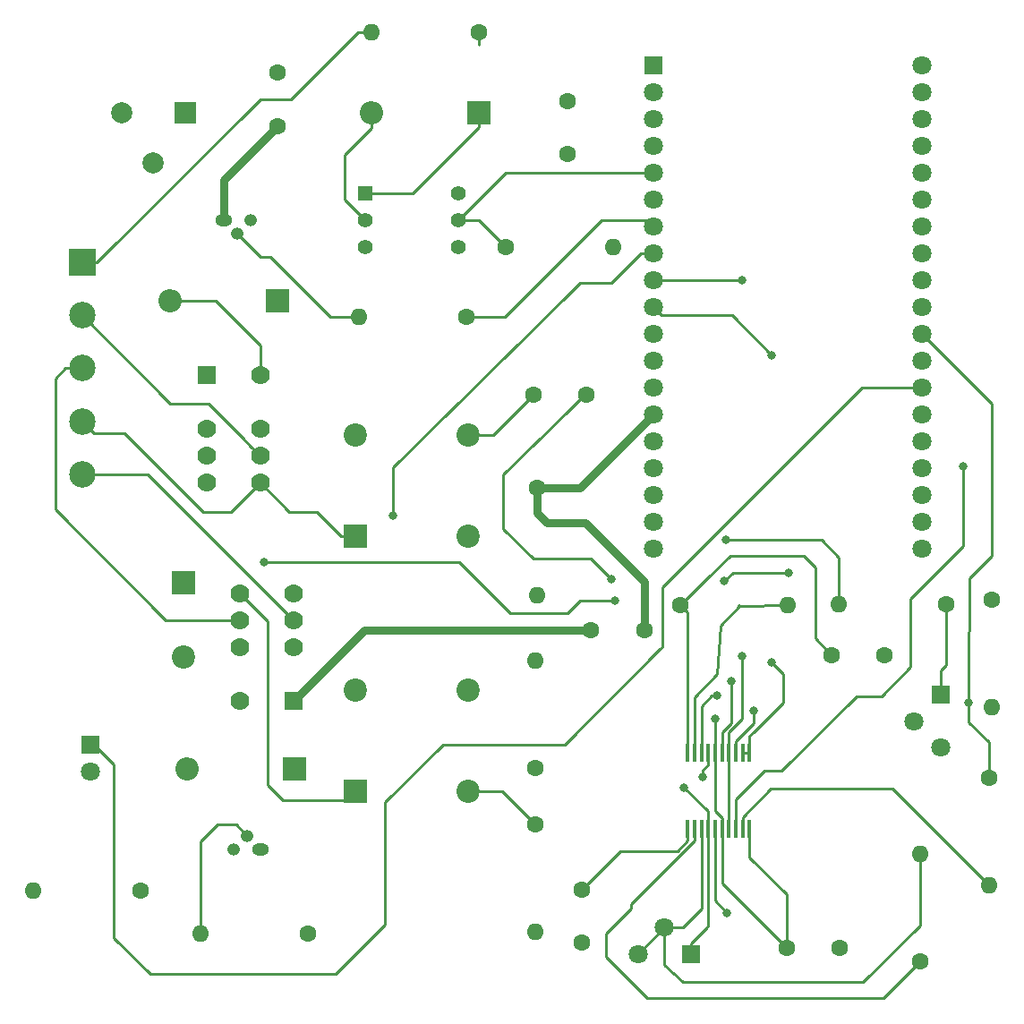
<source format=gtl>
G04 #@! TF.GenerationSoftware,KiCad,Pcbnew,5.1.6-c6e7f7d~87~ubuntu18.04.1*
G04 #@! TF.CreationDate,2020-07-18T23:18:46+02:00*
G04 #@! TF.ProjectId,interfonoRemoto,696e7465-7266-46f6-9e6f-52656d6f746f,A1*
G04 #@! TF.SameCoordinates,Original*
G04 #@! TF.FileFunction,Copper,L1,Top*
G04 #@! TF.FilePolarity,Positive*
%FSLAX46Y46*%
G04 Gerber Fmt 4.6, Leading zero omitted, Abs format (unit mm)*
G04 Created by KiCad (PCBNEW 5.1.6-c6e7f7d~87~ubuntu18.04.1) date 2020-07-18 23:18:46*
%MOMM*%
%LPD*%
G01*
G04 APERTURE LIST*
G04 #@! TA.AperFunction,ComponentPad*
%ADD10C,1.778000*%
G04 #@! TD*
G04 #@! TA.AperFunction,ComponentPad*
%ADD11R,1.778000X1.778000*%
G04 #@! TD*
G04 #@! TA.AperFunction,ComponentPad*
%ADD12O,1.200000X1.200000*%
G04 #@! TD*
G04 #@! TA.AperFunction,ComponentPad*
%ADD13O,1.600000X1.200000*%
G04 #@! TD*
G04 #@! TA.AperFunction,ComponentPad*
%ADD14R,2.000000X2.000000*%
G04 #@! TD*
G04 #@! TA.AperFunction,ComponentPad*
%ADD15C,2.000000*%
G04 #@! TD*
G04 #@! TA.AperFunction,ComponentPad*
%ADD16C,1.600000*%
G04 #@! TD*
G04 #@! TA.AperFunction,ComponentPad*
%ADD17O,2.200000X2.200000*%
G04 #@! TD*
G04 #@! TA.AperFunction,ComponentPad*
%ADD18R,2.200000X2.200000*%
G04 #@! TD*
G04 #@! TA.AperFunction,ComponentPad*
%ADD19C,1.800000*%
G04 #@! TD*
G04 #@! TA.AperFunction,ComponentPad*
%ADD20R,1.800000X1.800000*%
G04 #@! TD*
G04 #@! TA.AperFunction,ComponentPad*
%ADD21R,2.500000X2.500000*%
G04 #@! TD*
G04 #@! TA.AperFunction,ComponentPad*
%ADD22C,2.500000*%
G04 #@! TD*
G04 #@! TA.AperFunction,ComponentPad*
%ADD23O,1.600000X1.600000*%
G04 #@! TD*
G04 #@! TA.AperFunction,ComponentPad*
%ADD24C,2.200000*%
G04 #@! TD*
G04 #@! TA.AperFunction,ComponentPad*
%ADD25C,1.400000*%
G04 #@! TD*
G04 #@! TA.AperFunction,ComponentPad*
%ADD26R,1.400000X1.400000*%
G04 #@! TD*
G04 #@! TA.AperFunction,SMDPad,CuDef*
%ADD27R,0.450000X1.750000*%
G04 #@! TD*
G04 #@! TA.AperFunction,ViaPad*
%ADD28C,0.800000*%
G04 #@! TD*
G04 #@! TA.AperFunction,Conductor*
%ADD29C,0.250000*%
G04 #@! TD*
G04 #@! TA.AperFunction,Conductor*
%ADD30C,0.750000*%
G04 #@! TD*
G04 APERTURE END LIST*
D10*
X54853800Y-147025000D03*
X54853800Y-141945000D03*
X54853800Y-139405000D03*
X54853800Y-136865000D03*
X59933800Y-136865000D03*
X59933800Y-139405000D03*
X59933800Y-141945000D03*
D11*
X59933800Y-147025000D03*
D10*
X56776600Y-116218000D03*
X56776600Y-121298000D03*
X56776600Y-123838000D03*
X56776600Y-126378000D03*
X51696600Y-126378000D03*
X51696600Y-123838000D03*
X51696600Y-121298000D03*
D11*
X51696600Y-116218000D03*
D12*
X55852100Y-101600000D03*
X54582100Y-102870000D03*
D13*
X53312100Y-101600000D03*
D12*
X54272200Y-161056000D03*
X55542200Y-159786000D03*
D13*
X56812200Y-161056000D03*
D14*
X49652100Y-91440000D03*
D15*
X43652100Y-91440000D03*
X46652100Y-96140000D03*
D16*
X82602100Y-118110000D03*
X87602100Y-118110000D03*
X93070000Y-140360000D03*
X88070000Y-140360000D03*
X85808800Y-90303300D03*
X85808800Y-95303300D03*
X111580000Y-170400000D03*
X106580000Y-170400000D03*
X87150000Y-164890000D03*
X87150000Y-169890000D03*
X58392100Y-92630000D03*
X58392100Y-87630000D03*
X110840000Y-142680000D03*
X115840000Y-142680000D03*
D17*
X49865000Y-153500000D03*
D18*
X60025000Y-153500000D03*
D17*
X67282100Y-91440000D03*
D18*
X77442100Y-91440000D03*
D17*
X48232100Y-109220000D03*
D18*
X58392100Y-109220000D03*
D19*
X40718700Y-153706000D03*
D20*
X40718700Y-151166000D03*
D21*
X39922100Y-105570000D03*
D22*
X39922100Y-110570000D03*
X39922100Y-125570000D03*
X39922100Y-120570000D03*
X39922100Y-115570000D03*
D23*
X67282100Y-83820000D03*
D16*
X77442100Y-83820000D03*
D23*
X51117500Y-169004000D03*
D16*
X61277500Y-169004000D03*
D23*
X90142100Y-104140000D03*
D16*
X79982100Y-104140000D03*
D23*
X82923400Y-137010000D03*
D16*
X82923400Y-126850000D03*
D23*
X82783700Y-143223000D03*
D16*
X82783700Y-153383000D03*
D23*
X82820000Y-168910000D03*
D16*
X82820000Y-158750000D03*
D23*
X66110000Y-110690000D03*
D16*
X76270000Y-110690000D03*
D23*
X111510000Y-137890000D03*
D16*
X121670000Y-137890000D03*
D23*
X119180000Y-161530000D03*
D16*
X119180000Y-171690000D03*
D23*
X35260000Y-164970000D03*
D16*
X45420000Y-164970000D03*
D23*
X125950000Y-147610000D03*
D16*
X125950000Y-137450000D03*
D23*
X125722000Y-164445000D03*
D16*
X125722000Y-154285000D03*
D20*
X97500000Y-171000000D03*
D19*
X95000000Y-168460000D03*
X92500000Y-171000000D03*
D20*
X121150000Y-146450000D03*
D19*
X118610000Y-148950000D03*
X121150000Y-151450000D03*
D24*
X49502100Y-142900000D03*
D18*
X49502100Y-135890000D03*
D24*
X76442100Y-155550000D03*
D18*
X65742100Y-155550000D03*
D24*
X76442100Y-146050000D03*
X65742100Y-146050000D03*
X76442100Y-131420000D03*
D18*
X65742100Y-131420000D03*
D24*
X76442100Y-121920000D03*
X65742100Y-121920000D03*
D25*
X75492100Y-99060000D03*
X75492100Y-101600000D03*
X75492100Y-104140000D03*
X66692100Y-104140000D03*
X66692100Y-101600000D03*
D26*
X66692100Y-99060000D03*
D19*
X119352000Y-132640000D03*
X119352000Y-130100000D03*
X119352000Y-127560000D03*
X119352000Y-125020000D03*
X119352000Y-122480000D03*
X119352000Y-119940000D03*
X119352000Y-117400000D03*
X119352000Y-114860000D03*
X119352000Y-112320000D03*
X119352000Y-109780000D03*
X119352000Y-107240000D03*
X119352000Y-104700000D03*
X119352000Y-102160000D03*
X119352000Y-99620000D03*
X119352000Y-97080000D03*
X119352000Y-94540000D03*
X119352000Y-92000000D03*
X119352000Y-89460000D03*
X119352000Y-86920000D03*
X93952000Y-130100000D03*
X93952000Y-127560000D03*
X93952000Y-125020000D03*
X93952000Y-122480000D03*
X93952000Y-119940000D03*
X93952000Y-117400000D03*
X93952000Y-114860000D03*
X93952000Y-112320000D03*
X93952000Y-109780000D03*
X93952000Y-107240000D03*
X93952000Y-104700000D03*
X93952000Y-102160000D03*
X93952000Y-99620000D03*
X93952000Y-97080000D03*
X93952000Y-94540000D03*
X93952000Y-92000000D03*
X93952000Y-132640000D03*
X93952000Y-89460000D03*
D20*
X93952000Y-86920000D03*
D23*
X106690000Y-137970000D03*
D16*
X96530000Y-137970000D03*
D27*
X97200000Y-151925000D03*
X97850000Y-151925000D03*
X98500000Y-151925000D03*
X99150000Y-151925000D03*
X99800000Y-151925000D03*
X100450000Y-151925000D03*
X101100000Y-151925000D03*
X101750000Y-151925000D03*
X102400000Y-151925000D03*
X103050000Y-151925000D03*
X103050000Y-159125000D03*
X102400000Y-159125000D03*
X101750000Y-159125000D03*
X101100000Y-159125000D03*
X100450000Y-159125000D03*
X99800000Y-159125000D03*
X99150000Y-159125000D03*
X98500000Y-159125000D03*
X97850000Y-159125000D03*
X97200000Y-159125000D03*
D28*
X89990000Y-135510000D03*
X100850000Y-131780000D03*
X101350000Y-145175000D03*
X99800000Y-148700000D03*
X69355750Y-129474250D03*
X96875000Y-155200000D03*
X100925000Y-167075000D03*
X100000000Y-146500000D03*
X57130000Y-133870000D03*
X90300000Y-137530000D03*
X100680000Y-135680000D03*
X106735001Y-134894999D03*
X103400000Y-148000000D03*
X123800000Y-147200000D03*
X98575000Y-154225000D03*
X102370000Y-107200000D03*
X102340000Y-142770000D03*
X105130000Y-114320000D03*
X105140000Y-143389200D03*
X123275000Y-124825000D03*
D29*
X79770000Y-125590000D02*
X79770000Y-130750000D01*
X79770000Y-130750000D02*
X82610000Y-133590000D01*
X82610000Y-133590000D02*
X88070000Y-133590000D01*
X88070000Y-133590000D02*
X89990000Y-135510000D01*
X89990000Y-135510000D02*
X89990000Y-135510000D01*
X100850000Y-131780000D02*
X109840000Y-131780000D01*
X111510000Y-133450000D02*
X111510000Y-137890000D01*
X109840000Y-131780000D02*
X111510000Y-133450000D01*
X87602100Y-118110000D02*
X87390000Y-118110000D01*
X87390000Y-118110000D02*
X87000000Y-118500000D01*
X87000000Y-118500000D02*
X86000000Y-119500000D01*
X86000000Y-119500000D02*
X79770000Y-125590000D01*
X76442100Y-121920000D02*
X78792100Y-121920000D01*
X78792100Y-121920000D02*
X82602100Y-118110000D01*
D30*
X93952000Y-119940000D02*
X93952100Y-119940000D01*
X82923400Y-126850000D02*
X87041900Y-126850000D01*
X87041900Y-126850000D02*
X93952000Y-119940000D01*
X83923400Y-130206600D02*
X82923400Y-129206600D01*
X82923400Y-129206600D02*
X82923400Y-126850000D01*
X87526600Y-130206600D02*
X83923400Y-130206600D01*
X93070000Y-135750000D02*
X87526600Y-130206600D01*
X93070000Y-140360000D02*
X93070000Y-135750000D01*
D29*
X100450000Y-150013590D02*
X101350000Y-149113590D01*
X100450000Y-151925000D02*
X100450000Y-150013590D01*
X101350000Y-149113590D02*
X101350000Y-145175000D01*
X101350000Y-145175000D02*
X101350000Y-145175000D01*
X102400000Y-158000000D02*
X105075000Y-155325000D01*
X102400000Y-159125000D02*
X102400000Y-158000000D01*
X116602000Y-155325000D02*
X125722000Y-164445000D01*
X105075000Y-155325000D02*
X116602000Y-155325000D01*
D30*
X53312100Y-97712900D02*
X53312100Y-101600000D01*
X54582100Y-96442900D02*
X53312100Y-97712900D01*
X58392100Y-92630000D02*
X54582100Y-96440000D01*
X54582100Y-96440000D02*
X54582100Y-96442900D01*
X59950000Y-147025000D02*
X66615000Y-140360000D01*
X59933800Y-147025000D02*
X59950000Y-147025000D01*
X66615000Y-140360000D02*
X66890000Y-140360000D01*
X88070000Y-140360000D02*
X66890000Y-140360000D01*
D29*
X106580000Y-170400000D02*
X106580000Y-165355000D01*
X103050000Y-161825000D02*
X103050000Y-159125000D01*
X106580000Y-165355000D02*
X103050000Y-161825000D01*
X100450000Y-164270000D02*
X106580000Y-170400000D01*
X100450000Y-159125000D02*
X100450000Y-164270000D01*
X100450000Y-158089998D02*
X100450000Y-159125000D01*
X99800000Y-157439998D02*
X100450000Y-158089998D01*
X99800000Y-151925000D02*
X99800000Y-157439998D01*
X99800000Y-151925000D02*
X99800000Y-150800000D01*
X99800000Y-150800000D02*
X99800000Y-149575000D01*
X99800000Y-149575000D02*
X99800000Y-149575000D01*
X99800000Y-149575000D02*
X99800000Y-148700000D01*
X99800000Y-148700000D02*
X99800000Y-148700000D01*
X97200000Y-160250000D02*
X96225000Y-161225000D01*
X97200000Y-159125000D02*
X97200000Y-160250000D01*
X90815000Y-161225000D02*
X87150000Y-164890000D01*
X96225000Y-161225000D02*
X90815000Y-161225000D01*
X99140000Y-135360000D02*
X96530000Y-137970000D01*
X101200000Y-133290000D02*
X99140000Y-135350000D01*
X110840000Y-142680000D02*
X109290000Y-141130000D01*
X109290000Y-134430000D02*
X108150000Y-133290000D01*
X109290000Y-141130000D02*
X109290000Y-134430000D01*
X108150000Y-133290000D02*
X101200000Y-133290000D01*
X99140000Y-135350000D02*
X99140000Y-135360000D01*
X97200000Y-138640000D02*
X96530000Y-137970000D01*
X97200000Y-151925000D02*
X97200000Y-138640000D01*
X67542100Y-99060000D02*
X71172100Y-99060000D01*
X71172100Y-99060000D02*
X77442100Y-92790000D01*
X67542100Y-99060000D02*
X66692100Y-99060000D01*
X77442100Y-91440000D02*
X77442100Y-92790000D01*
X77442100Y-83820000D02*
X77442100Y-84951400D01*
X67282100Y-91440000D02*
X67282100Y-92865300D01*
X65759100Y-94388300D02*
X67282100Y-92865300D01*
X65742100Y-131420000D02*
X64416800Y-131420000D01*
X62126800Y-129130000D02*
X64416800Y-131420000D01*
X54024300Y-129130000D02*
X56776600Y-126378000D01*
X39922100Y-120570000D02*
X41072100Y-121720000D01*
X41072100Y-121720000D02*
X43940000Y-121720000D01*
X43940000Y-121720000D02*
X51350000Y-129130000D01*
X51350000Y-129130000D02*
X54024300Y-129130000D01*
X59528600Y-129130000D02*
X56776600Y-126378000D01*
X60580000Y-129130000D02*
X59528600Y-129130000D01*
X60580000Y-129130000D02*
X62126800Y-129130000D01*
X65759100Y-94388300D02*
X65759100Y-94390900D01*
X65759100Y-94390900D02*
X64740000Y-95410000D01*
X64740000Y-99647900D02*
X66692100Y-101600000D01*
X64740000Y-95410000D02*
X64740000Y-99647900D01*
X48232100Y-109220000D02*
X52570000Y-109220000D01*
X56776600Y-113426600D02*
X56776600Y-116218000D01*
X52570000Y-109220000D02*
X56776600Y-113426600D01*
X63900000Y-172850000D02*
X46350000Y-172850000D01*
X68575000Y-156625000D02*
X68575000Y-168175000D01*
X74034000Y-151166000D02*
X68575000Y-156625000D01*
X85546000Y-151166000D02*
X74034000Y-151166000D01*
X113660000Y-117400000D02*
X94770000Y-136290000D01*
X46350000Y-172850000D02*
X42925000Y-169425000D01*
X68575000Y-168175000D02*
X63900000Y-172850000D01*
X119352000Y-117400000D02*
X113660000Y-117400000D01*
X94590000Y-142130000D02*
X94582000Y-142130000D01*
X94582000Y-142130000D02*
X85546000Y-151166000D01*
X94770000Y-136290000D02*
X94770000Y-141950000D01*
X94770000Y-141950000D02*
X94590000Y-142130000D01*
X40718700Y-151166000D02*
X41066000Y-151166000D01*
X41066000Y-151166000D02*
X42925000Y-153025000D01*
X42925000Y-169425000D02*
X42925000Y-153025000D01*
X39922100Y-115570000D02*
X38295700Y-115570000D01*
X38295700Y-115570000D02*
X37360000Y-116506000D01*
X37360000Y-116506000D02*
X37360000Y-128930000D01*
X37360000Y-128930000D02*
X47835400Y-139405000D01*
X47835400Y-139405000D02*
X54853800Y-139405000D01*
X39922100Y-125570000D02*
X46098500Y-125570000D01*
X46098500Y-125570000D02*
X59933800Y-139405000D01*
X55887600Y-122948000D02*
X55887600Y-122949000D01*
X55079939Y-122140061D02*
X55887600Y-122948000D01*
X51859878Y-118920000D02*
X55079939Y-122140061D01*
X48272100Y-118920000D02*
X51859878Y-118920000D01*
X55887600Y-122949000D02*
X56776600Y-123838000D01*
X39922100Y-110570000D02*
X48272100Y-118920000D01*
X67282100Y-83820000D02*
X66000000Y-83820000D01*
X66000000Y-83820000D02*
X59690000Y-90130000D01*
X59690000Y-90130000D02*
X56762100Y-90130000D01*
X56762100Y-90130000D02*
X41322100Y-105570000D01*
X41322100Y-105570000D02*
X39922100Y-105570000D01*
X69355750Y-129474250D02*
X69355750Y-124914250D01*
X93952000Y-104700000D02*
X92800000Y-104700000D01*
X92800000Y-104700000D02*
X90000000Y-107500000D01*
X87000000Y-107500000D02*
X86000000Y-108500000D01*
X90000000Y-107500000D02*
X87000000Y-107500000D01*
X69355750Y-124914250D02*
X86000000Y-108500000D01*
X75492100Y-101600000D02*
X77442100Y-101600000D01*
X77442100Y-101600000D02*
X79982100Y-104140000D01*
X93952000Y-97080000D02*
X80012100Y-97080000D01*
X80012100Y-97080000D02*
X75492100Y-101600000D01*
X99150000Y-157475000D02*
X99150000Y-159125000D01*
X96875000Y-155200000D02*
X99150000Y-157475000D01*
X97500000Y-169950000D02*
X99000000Y-168450000D01*
X97500000Y-171000000D02*
X97500000Y-169950000D01*
X99150000Y-168300000D02*
X99000000Y-168450000D01*
X99150000Y-159125000D02*
X99150000Y-168300000D01*
X99800001Y-165950001D02*
X100925000Y-167075000D01*
X99800000Y-159125000D02*
X99800001Y-165950001D01*
X79620000Y-155550000D02*
X82820000Y-158750000D01*
X76442100Y-155550000D02*
X79620000Y-155550000D01*
X79930000Y-110690000D02*
X83939900Y-106680100D01*
X76270000Y-110690000D02*
X79930000Y-110690000D01*
X88314050Y-102314050D02*
X88314050Y-102305950D01*
X83948000Y-106680100D02*
X88314050Y-102314050D01*
X83939900Y-106680100D02*
X83948000Y-106680100D01*
X93367000Y-101575000D02*
X93396000Y-101604000D01*
X89045000Y-101575000D02*
X93367000Y-101575000D01*
X93396000Y-101604000D02*
X93952000Y-102160000D01*
X88314050Y-102305950D02*
X89045000Y-101575000D01*
X121670000Y-137890000D02*
X121670000Y-143610000D01*
X121150000Y-144130000D02*
X121150000Y-146450000D01*
X121670000Y-143610000D02*
X121150000Y-144130000D01*
X98500000Y-147500000D02*
X99500000Y-146500000D01*
X98500000Y-151925000D02*
X98500000Y-147500000D01*
X99500000Y-146500000D02*
X100000000Y-146500000D01*
X115710000Y-175160000D02*
X119180000Y-171690000D01*
X93394315Y-175160000D02*
X115710000Y-175160000D01*
X97850000Y-160250000D02*
X91825000Y-166275000D01*
X97850000Y-159125000D02*
X97850000Y-160250000D01*
X91825000Y-166275000D02*
X91825000Y-166675000D01*
X91825000Y-166675000D02*
X89500000Y-169000000D01*
X89500000Y-171265685D02*
X93394315Y-175160000D01*
X89500000Y-169000000D02*
X89500000Y-171265685D01*
X119180000Y-163380000D02*
X119180000Y-161530000D01*
X119172000Y-163388000D02*
X119180000Y-163380000D01*
X119172000Y-163388000D02*
X119172000Y-163040000D01*
X119172000Y-164165300D02*
X119172000Y-163388000D01*
X119172000Y-168278000D02*
X119172000Y-164165300D01*
X113810000Y-173640000D02*
X119172000Y-168278000D01*
X96780000Y-173640000D02*
X113810000Y-173640000D01*
X96728630Y-168460000D02*
X95000000Y-168460000D01*
X98500000Y-159125000D02*
X98500000Y-166688630D01*
X98500000Y-166688630D02*
X96728630Y-168460000D01*
X95000000Y-168460000D02*
X95000000Y-170500000D01*
X95000000Y-170500000D02*
X95000000Y-172000000D01*
X95000000Y-172000000D02*
X96780000Y-173640000D01*
X92500000Y-170960000D02*
X92500000Y-171000000D01*
X95000000Y-168460000D02*
X92500000Y-170960000D01*
X90300000Y-137530000D02*
X90300000Y-137530000D01*
X100680000Y-135680000D02*
X101470000Y-134890000D01*
X101470000Y-134890000D02*
X106450000Y-134890000D01*
X106454999Y-134894999D02*
X106450000Y-134890000D01*
X106454999Y-134894999D02*
X106735001Y-134894999D01*
X106735001Y-134894999D02*
X106735001Y-134894999D01*
X86980000Y-137530000D02*
X90300000Y-137530000D01*
X85820000Y-138750000D02*
X85820000Y-138690000D01*
X57130000Y-133870000D02*
X75570000Y-133870000D01*
X85820000Y-138690000D02*
X86980000Y-137530000D01*
X80450000Y-138750000D02*
X85820000Y-138750000D01*
X75570000Y-133870000D02*
X80450000Y-138750000D01*
X125095800Y-154285000D02*
X125722000Y-154285000D01*
X125980000Y-118948000D02*
X125980000Y-133300000D01*
X119352000Y-112320000D02*
X125980000Y-118948000D01*
X124375000Y-134905000D02*
X124440000Y-134840000D01*
X124440000Y-134840000D02*
X123850000Y-135430000D01*
X125980000Y-133300000D02*
X124440000Y-134840000D01*
X101750000Y-150800000D02*
X103400000Y-149150000D01*
X101750000Y-151925000D02*
X101750000Y-150800000D01*
X103400000Y-149150000D02*
X103400000Y-148000000D01*
X103400000Y-148000000D02*
X103400000Y-148000000D01*
X123800000Y-149040000D02*
X123800000Y-147200000D01*
X125722000Y-154285000D02*
X125722000Y-150962000D01*
X125722000Y-150962000D02*
X123800000Y-149040000D01*
X123800000Y-147200000D02*
X123800000Y-145600000D01*
X123850000Y-135430000D02*
X123800000Y-145600000D01*
X99150000Y-153050000D02*
X98575000Y-153625000D01*
X99150000Y-151925000D02*
X99150000Y-153050000D01*
X98575000Y-153625000D02*
X98575000Y-154225000D01*
X98575000Y-154225000D02*
X98575000Y-154225000D01*
X57450000Y-139461200D02*
X54853800Y-136865000D01*
X57450000Y-155010000D02*
X57450000Y-139461200D01*
X58900000Y-156460000D02*
X57450000Y-155010000D01*
X65742100Y-155550000D02*
X64832100Y-156460000D01*
X64832100Y-156460000D02*
X58900000Y-156460000D01*
X93992000Y-107200000D02*
X93952000Y-107240000D01*
X102370000Y-107200000D02*
X93992000Y-107200000D01*
X101100000Y-153050000D02*
X101100000Y-159125000D01*
X101100000Y-151925000D02*
X101100000Y-153050000D01*
X102350000Y-144975000D02*
X102350000Y-142775000D01*
X101100000Y-150325000D02*
X101100000Y-150000000D01*
X101100000Y-151925000D02*
X101100000Y-150325000D01*
X102340000Y-148760000D02*
X102340000Y-142770000D01*
X101100000Y-150000000D02*
X102340000Y-148760000D01*
X94731999Y-110559999D02*
X93952000Y-109780000D01*
X101369999Y-110559999D02*
X94731999Y-110559999D01*
X105130000Y-114320000D02*
X101369999Y-110559999D01*
X102400000Y-151925000D02*
X103050000Y-151925000D01*
X103050000Y-150350000D02*
X103400000Y-150000000D01*
X103050000Y-151925000D02*
X103050000Y-150350000D01*
X106200000Y-144449200D02*
X105140000Y-143389200D01*
X103400000Y-150000000D02*
X106200000Y-147200000D01*
X106200000Y-147200000D02*
X106200000Y-144449200D01*
X123275000Y-124825000D02*
X123275000Y-124825000D01*
X118275000Y-137400000D02*
X123275000Y-132400000D01*
X118275000Y-143825000D02*
X118275000Y-137400000D01*
X101750000Y-159125000D02*
X101750000Y-156300000D01*
X115525000Y-146575000D02*
X118275000Y-143825000D01*
X101750000Y-156300000D02*
X104450000Y-153600000D01*
X104450000Y-153600000D02*
X106050000Y-153600000D01*
X123275000Y-132400000D02*
X123275000Y-124825000D01*
X113175000Y-146575000D02*
X115525000Y-146575000D01*
X106050000Y-153600000D02*
X113175000Y-146575000D01*
X106412600Y-138247400D02*
X106690000Y-137970000D01*
X101960000Y-137970000D02*
X102125000Y-138050000D01*
X102125000Y-138050000D02*
X106690000Y-137970000D01*
X100000000Y-144500000D02*
X100275000Y-139900000D01*
X97850000Y-146650000D02*
X100000000Y-144500000D01*
X100275000Y-139900000D02*
X102125000Y-138050000D01*
X97850000Y-151925000D02*
X97850000Y-146650000D01*
X51117500Y-168032500D02*
X51117500Y-160332500D01*
X51117500Y-168032500D02*
X51117500Y-167878700D01*
X51117500Y-169004000D02*
X51117500Y-168032500D01*
X51117500Y-160332500D02*
X52700000Y-158750000D01*
X54506200Y-158750000D02*
X55542200Y-159786000D01*
X52700000Y-158750000D02*
X54506200Y-158750000D01*
X61884300Y-109184300D02*
X61884300Y-109175700D01*
X63390000Y-110690000D02*
X61884300Y-109184300D01*
X66110000Y-110690000D02*
X63390000Y-110690000D01*
X54582100Y-102870000D02*
X54630000Y-102870000D01*
X54630000Y-102870000D02*
X56760000Y-105000000D01*
X57700000Y-105000000D02*
X61884300Y-109184300D01*
X56760000Y-105000000D02*
X57700000Y-105000000D01*
M02*

</source>
